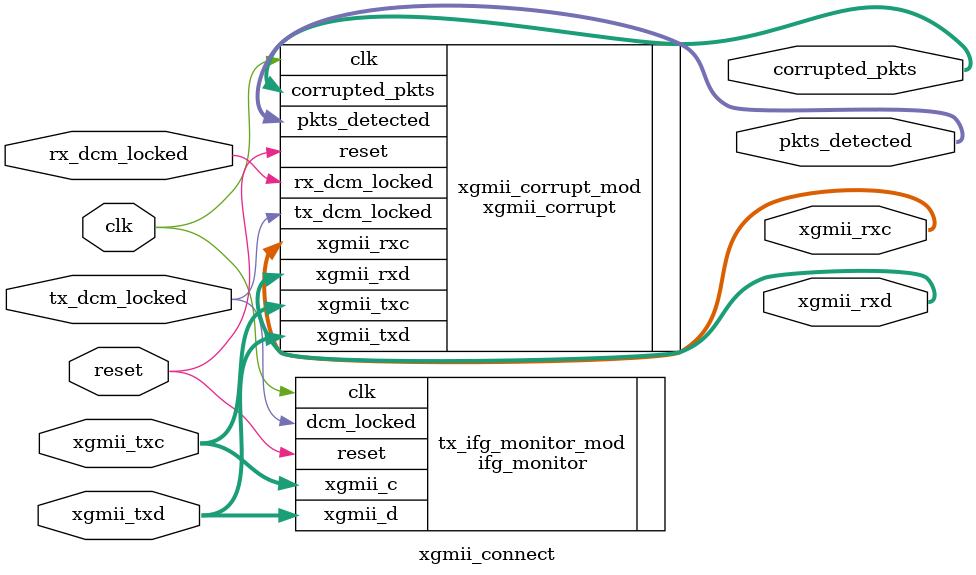
<source format=v>
/*******************************************************************************
*
*  NetFPGA-10G http://www.netfpga.org
*
*  File:
*        xgmii_connect.v
*
*  Project:
*
*
*  Author:
*        Marco Forconesi
*
*  Description:
*        Test bench
*
*
*    This code is initially developed for the Network-as-a-Service (NaaS) project.
*
*  Copyright notice:
*        Copyright (C) 2015 University of Cambridge
*
*  Licence:
*        This file is part of the NetFPGA 10G development base package.
*
*        This file is free code: you can redistribute it and/or modify it under
*        the terms of the GNU Lesser General Public License version 2.1 as
*        published by the Free Software Foundation.
*
*        This package is distributed in the hope that it will be useful, but
*        WITHOUT ANY WARRANTY; without even the implied warranty of
*        MERCHANTABILITY or FITNESS FOR A PARTICULAR PURPOSE.  See the GNU
*        Lesser General Public License for more details.
*
*        You should have received a copy of the GNU Lesser General Public
*        License along with the NetFPGA source package.  If not, see
*        http://www.gnu.org/licenses/.
*
*/

////////////////////////////////////////////////////////////////////////////////
////////////////////////////////////////////////////////////////////////////////
`timescale 1ns / 100ps
//`default_nettype none

module xgmii_connect (

    // Clks and resets
    input                    clk,
    input                    reset,
    input                    tx_dcm_locked,
    input                    rx_dcm_locked,

    // XGMII
    input        [63:0]      xgmii_txd,
    input        [7:0]       xgmii_txc,
    output       [63:0]      xgmii_rxd,
    output       [7:0]       xgmii_rxc,

    // Sim info
    output       [63:0]      pkts_detected,
    output       [63:0]      corrupted_pkts
    );

    //-------------------------------------------------------
    // Local clk
    //-------------------------------------------------------

    //-------------------------------------------------------
    // xgmii_corrupt
    //-------------------------------------------------------
    xgmii_corrupt xgmii_corrupt_mod (
        // Clks and resets
        .clk(clk),                                             // I
        .reset(reset),                                         // I
        .tx_dcm_locked(tx_dcm_locked),                         // I
        .rx_dcm_locked(rx_dcm_locked),                         // I
        // XGMII
        .xgmii_txd(xgmii_txd),                                 // I [63:0]
        .xgmii_txc(xgmii_txc),                                 // I [7:0]
        .xgmii_rxd(xgmii_rxd),                                 // O [63:0]
        .xgmii_rxc(xgmii_rxc),                                 // O [7:0]
        // Sim info
        .pkts_detected(pkts_detected),                         // O [63:0]
        .corrupted_pkts(corrupted_pkts)                        // O [63:0]
        );

    //-------------------------------------------------------
    // ifg_monitor
    //-------------------------------------------------------
    ifg_monitor # (
        .C_RX_LINK(0)
    ) tx_ifg_monitor_mod (
        // Clks and resets
        .clk(clk),                                             // I
        .reset(reset),                                         // I
        .dcm_locked(tx_dcm_locked),                            // I
        // XGMII
        .xgmii_d(xgmii_txd),                                   // I [63:0]
        .xgmii_c(xgmii_txc)                                    // I [7:0]
        );

endmodule // xgmii_connect

////////////////////////////////////////////////////////////////////////////////
////////////////////////////////////////////////////////////////////////////////
</source>
